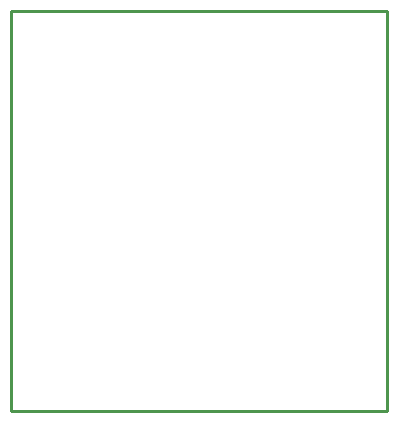
<source format=gko>
G04 Layer_Color=16711935*
%FSLAX44Y44*%
%MOMM*%
G71*
G01*
G75*
%ADD18C,0.2540*%
D18*
X52832Y385572D02*
X371348D01*
Y46736D02*
Y385572D01*
X371094Y46482D02*
X371348Y46736D01*
X53086Y46482D02*
X371094D01*
X52832Y46736D02*
X53086Y46482D01*
X52832Y46736D02*
Y385572D01*
M02*

</source>
